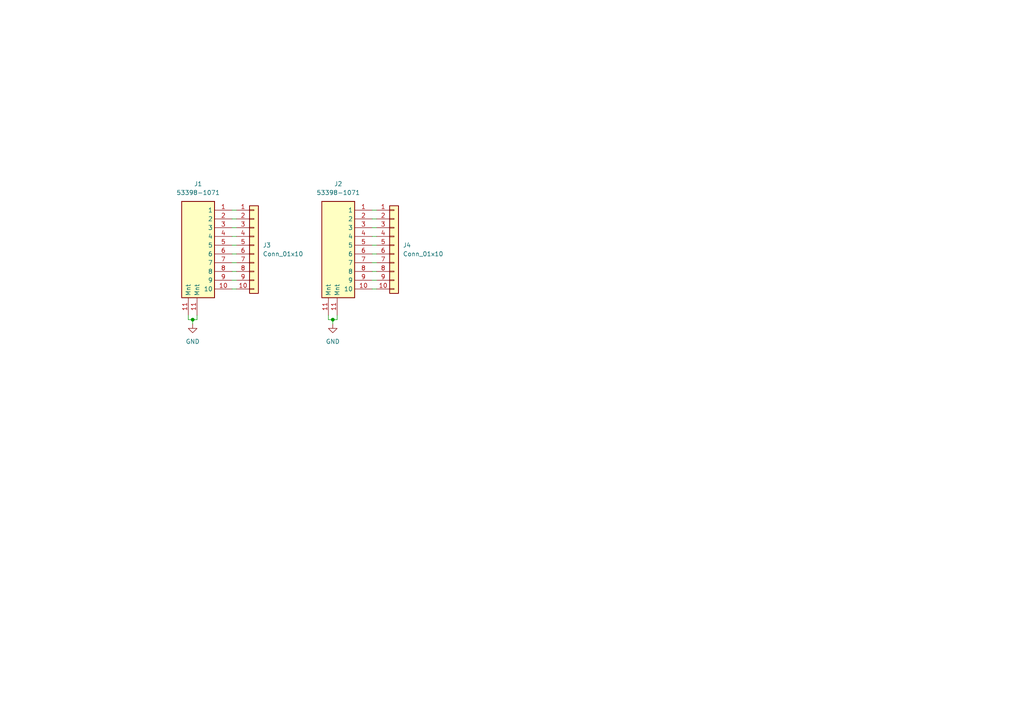
<source format=kicad_sch>
(kicad_sch (version 20250114) (generator "eeschema") (generator_version "9.0")
  (paper "A4")
  (lib_symbols
    (symbol "53398-1071_1"
      (property "Reference" "J" (at 19.05 7.62 0))
      (property "Value" "53398-1071" (at 19.05 5.08 0))
      (symbol "53398-1071_1_1_1"
        (rectangle (start 8.255 2.54) (end 17.78 -25.4) (stroke (width 0.254)) (fill (type background)))
        (pin passive line (at 10.16 -30.48 90) (length 5.08) (name "Mnt") (number "11"))
        (pin passive line (at 12.7 -30.48 90) (length 5.08) (name "Mnt") (number "11"))
        (pin passive line (at 22.86 0 180) (length 5.08) (name "1") (number "1"))
        (pin passive line (at 22.86 -2.54 180) (length 5.08) (name "2") (number "2"))
        (pin passive line (at 22.86 -5.08 180) (length 5.08) (name "3") (number "3"))
        (pin passive line (at 22.86 -7.62 180) (length 5.08) (name "4") (number "4"))
        (pin passive line (at 22.86 -10.16 180) (length 5.08) (name "5") (number "5"))
        (pin passive line (at 22.86 -12.7 180) (length 5.08) (name "6") (number "6"))
        (pin passive line (at 22.86 -15.24 180) (length 5.08) (name "7") (number "7"))
        (pin passive line (at 22.86 -17.78 180) (length 5.08) (name "8") (number "8"))
        (pin passive line (at 22.86 -20.32 180) (length 5.08) (name "9") (number "9"))
        (pin passive line (at 22.86 -22.86 180) (length 5.08) (name "10") (number "10"))
      )
    )
    (symbol "Connector_Generic:Conn_01x10" (pin_names (offset 1.016) (hide yes))
      (property "Reference" "J" (at 0 12.7 0))
      (property "Value" "Conn_01x10" (at 0 -15.24 0))
      (symbol "Conn_01x10_1_1"
        (rectangle (start -1.27 11.43) (end 1.27 -13.97) (stroke (width 0.254)) (fill (type background)))
        (rectangle (start -1.27 10.287) (end 0 10.033) (stroke (width 0.1524)))
        (rectangle (start -1.27 7.747) (end 0 7.493) (stroke (width 0.1524)))
        (rectangle (start -1.27 5.207) (end 0 4.953) (stroke (width 0.1524)))
        (rectangle (start -1.27 2.667) (end 0 2.413) (stroke (width 0.1524)))
        (rectangle (start -1.27 0.127) (end 0 -0.127) (stroke (width 0.1524)))
        (rectangle (start -1.27 -2.413) (end 0 -2.667) (stroke (width 0.1524)))
        (rectangle (start -1.27 -4.953) (end 0 -5.207) (stroke (width 0.1524)))
        (rectangle (start -1.27 -7.493) (end 0 -7.747) (stroke (width 0.1524)))
        (rectangle (start -1.27 -10.033) (end 0 -10.287) (stroke (width 0.1524)))
        (rectangle (start -1.27 -12.573) (end 0 -12.827) (stroke (width 0.1524)))
        (pin passive line (at -5.08 10.16 0) (length 3.81) (name "Pin_1") (number "1"))
        (pin passive line (at -5.08 7.62 0) (length 3.81) (name "Pin_2") (number "2"))
        (pin passive line (at -5.08 5.08 0) (length 3.81) (name "Pin_3") (number "3"))
        (pin passive line (at -5.08 2.54 0) (length 3.81) (name "Pin_4") (number "4"))
        (pin passive line (at -5.08 0 0) (length 3.81) (name "Pin_5") (number "5"))
        (pin passive line (at -5.08 -2.54 0) (length 3.81) (name "Pin_6") (number "6"))
        (pin passive line (at -5.08 -5.08 0) (length 3.81) (name "Pin_7") (number "7"))
        (pin passive line (at -5.08 -7.62 0) (length 3.81) (name "Pin_8") (number "8"))
        (pin passive line (at -5.08 -10.16 0) (length 3.81) (name "Pin_9") (number "9"))
        (pin passive line (at -5.08 -12.7 0) (length 3.81) (name "Pin_10") (number "10"))
      )
    )
    (symbol "Heimdall:53398-1071"
      (property "Reference" "J" (at 19.05 7.62 0))
      (property "Value" "53398-1071" (at 19.05 5.08 0))
      (symbol "53398-1071_1_1"
        (rectangle (start 8.255 2.54) (end 17.78 -25.4) (stroke (width 0.254)) (fill (type background)))
        (pin passive line (at 10.16 -30.48 90) (length 5.08) (name "Mnt") (number "11"))
        (pin passive line (at 12.7 -30.48 90) (length 5.08) (name "Mnt") (number "11"))
        (pin passive line (at 22.86 0 180) (length 5.08) (name "1") (number "1"))
        (pin passive line (at 22.86 -2.54 180) (length 5.08) (name "2") (number "2"))
        (pin passive line (at 22.86 -5.08 180) (length 5.08) (name "3") (number "3"))
        (pin passive line (at 22.86 -7.62 180) (length 5.08) (name "4") (number "4"))
        (pin passive line (at 22.86 -10.16 180) (length 5.08) (name "5") (number "5"))
        (pin passive line (at 22.86 -12.7 180) (length 5.08) (name "6") (number "6"))
        (pin passive line (at 22.86 -15.24 180) (length 5.08) (name "7") (number "7"))
        (pin passive line (at 22.86 -17.78 180) (length 5.08) (name "8") (number "8"))
        (pin passive line (at 22.86 -20.32 180) (length 5.08) (name "9") (number "9"))
        (pin passive line (at 22.86 -22.86 180) (length 5.08) (name "10") (number "10"))
      )
    )
    (symbol "power:GND" (power) (pin_numbers (hide yes)) (pin_names (offset 0) (hide yes))
      (property "Value" "GND" (at 0 -3.81 0))
      (symbol "GND_0_1"
        (polyline (pts (xy 0 0) (xy 0 -1.27) (xy 1.27 -1.27) (xy 0 -2.54) (xy -1.27 -1.27) (xy 0 -1.27)))
      )
      (symbol "GND_1_1"
        (pin power_in line (at 0 0 270) (length 0) (name "~") (number "1"))
      )
    )
  )
  (junction (at 96.52 92.71))
  (junction (at 55.88 92.71))
  (wire (pts (xy 68.58 63.5) (xy 67.31 63.5)))
  (wire (pts (xy 109.22 73.66) (xy 107.95 73.66)))
  (wire (pts (xy 97.79 91.44) (xy 97.79 92.71)))
  (wire (pts (xy 109.22 76.2) (xy 107.95 76.2)))
  (wire (pts (xy 96.52 92.71) (xy 97.79 92.71)))
  (wire (pts (xy 109.22 60.96) (xy 107.95 60.96)))
  (wire (pts (xy 68.58 78.74) (xy 67.31 78.74)))
  (wire (pts (xy 109.22 63.5) (xy 107.95 63.5)))
  (wire (pts (xy 109.22 78.74) (xy 107.95 78.74)))
  (wire (pts (xy 96.52 93.98) (xy 96.52 92.71)))
  (wire (pts (xy 96.52 92.71) (xy 95.25 92.71)))
  (wire (pts (xy 68.58 60.96) (xy 67.31 60.96)))
  (wire (pts (xy 68.58 66.04) (xy 67.31 66.04)))
  (wire (pts (xy 109.22 71.12) (xy 107.95 71.12)))
  (wire (pts (xy 55.88 93.98) (xy 55.88 92.71)))
  (wire (pts (xy 68.58 71.12) (xy 67.31 71.12)))
  (wire (pts (xy 68.58 73.66) (xy 67.31 73.66)))
  (wire (pts (xy 68.58 68.58) (xy 67.31 68.58)))
  (wire (pts (xy 54.61 91.44) (xy 54.61 92.71)))
  (wire (pts (xy 109.22 68.58) (xy 107.95 68.58)))
  (wire (pts (xy 55.88 92.71) (xy 57.15 92.71)))
  (wire (pts (xy 95.25 91.44) (xy 95.25 92.71)))
  (wire (pts (xy 109.22 66.04) (xy 107.95 66.04)))
  (wire (pts (xy 68.58 76.2) (xy 67.31 76.2)))
  (wire (pts (xy 55.88 92.71) (xy 54.61 92.71)))
  (wire (pts (xy 68.58 81.28) (xy 67.31 81.28)))
  (wire (pts (xy 109.22 81.28) (xy 107.95 81.28)))
  (wire (pts (xy 109.22 83.82) (xy 107.95 83.82)))
  (wire (pts (xy 68.58 83.82) (xy 67.31 83.82)))
  (wire (pts (xy 57.15 91.44) (xy 57.15 92.71)))
  (symbol (lib_id "Heimdall:53398-1071") (at 44.45 60.96 0) (unit 1)
    (property "Reference" "J1" (at 57.4675 53.34 0))
    (property "Value" "53398-1071" (at 57.4675 55.88 0))
    (property "Footprint" "Heimdall COTS:533981071" (effects (hide yes)))
    (property "Datasheet" "https://www.molex.com/webdocs/datasheets/pdf/en-us/0533981071_PCB_HEADERS.pdf" (effects (hide yes)))
    (property "Description" "Molex PICOBLADE 53398, 1.25mm Pitch, 10 Way, 1 Row, Straight PCB Header, Surface Mount" (effects (hide yes)))
    (property "Height" "4" (effects (hide yes)))
    (property "Mouser Part Number" "538-53398-1071" (effects (hide yes)))
    (property "Mouser Price/Stock" "https://www.mouser.co.uk/ProductDetail/Molex/53398-1071?qs=yqtfsgZKt1RqrFk%252BM7Dc6A%3D%3D" (effects (hide yes)))
    (property "Manufacturer_Name" "Molex" (effects (hide yes)))
    (property "Manufacturer_Part_Number" "53398-1071" (effects (hide yes)))
  )
  (symbol (lib_id "Connector_Generic:Conn_01x10") (at 73.66 71.12 0) (unit 1)
    (property "Reference" "J3" (at 76.2 71.1199 0) (effects (justify left)))
    (property "Value" "Conn_01x10" (at 76.2 73.6599 0) (effects (justify left)))
    (property "Footprint" "Connector_PinHeader_2.54mm:PinHeader_1x10_P2.54mm_Vertical" (effects (hide yes)))
    (property "Description" "Generic connector, single row, 01x10, script generated (kicad-library-utils/schlib/autogen/connector/)" (effects (hide yes)))
  )
  (symbol (lib_name "53398-1071_1") (lib_id "Heimdall:53398-1071") (at 85.09 60.96 0) (unit 1)
    (property "Reference" "J2" (at 98.1075 53.34 0))
    (property "Value" "53398-1071" (at 98.1075 55.88 0))
    (property "Footprint" "Heimdall COTS:533981071" (effects (hide yes)))
    (property "Datasheet" "https://www.molex.com/webdocs/datasheets/pdf/en-us/0533981071_PCB_HEADERS.pdf" (effects (hide yes)))
    (property "Description" "Molex PICOBLADE 53398, 1.25mm Pitch, 10 Way, 1 Row, Straight PCB Header, Surface Mount" (effects (hide yes)))
    (property "Height" "4" (effects (hide yes)))
    (property "Mouser Part Number" "538-53398-1071" (effects (hide yes)))
    (property "Mouser Price/Stock" "https://www.mouser.co.uk/ProductDetail/Molex/53398-1071?qs=yqtfsgZKt1RqrFk%252BM7Dc6A%3D%3D" (effects (hide yes)))
    (property "Manufacturer_Name" "Molex" (effects (hide yes)))
    (property "Manufacturer_Part_Number" "53398-1071" (effects (hide yes)))
  )
  (symbol (lib_id "power:GND") (at 96.52 93.98 0) (unit 1)
    (property "Reference" "#PWR02" (effects (hide yes)))
    (property "Value" "GND" (at 96.52 99.06 0))
    (property "Description" "Power symbol creates a global label with name \"GND\" , ground" (effects (hide yes)))
  )
  (symbol (lib_id "power:GND") (at 55.88 93.98 0) (unit 1)
    (property "Reference" "#PWR01" (effects (hide yes)))
    (property "Value" "GND" (at 55.88 99.06 0))
    (property "Description" "Power symbol creates a global label with name \"GND\" , ground" (effects (hide yes)))
  )
  (symbol (lib_id "Connector_Generic:Conn_01x10") (at 114.3 71.12 0) (unit 1)
    (property "Reference" "J4" (at 116.84 71.1199 0) (effects (justify left)))
    (property "Value" "Conn_01x10" (at 116.84 73.6599 0) (effects (justify left)))
    (property "Footprint" "Connector_PinHeader_2.54mm:PinHeader_1x10_P2.54mm_Vertical" (effects (hide yes)))
    (property "Description" "Generic connector, single row, 01x10, script generated (kicad-library-utils/schlib/autogen/connector/)" (effects (hide yes)))
  )
)
</source>
